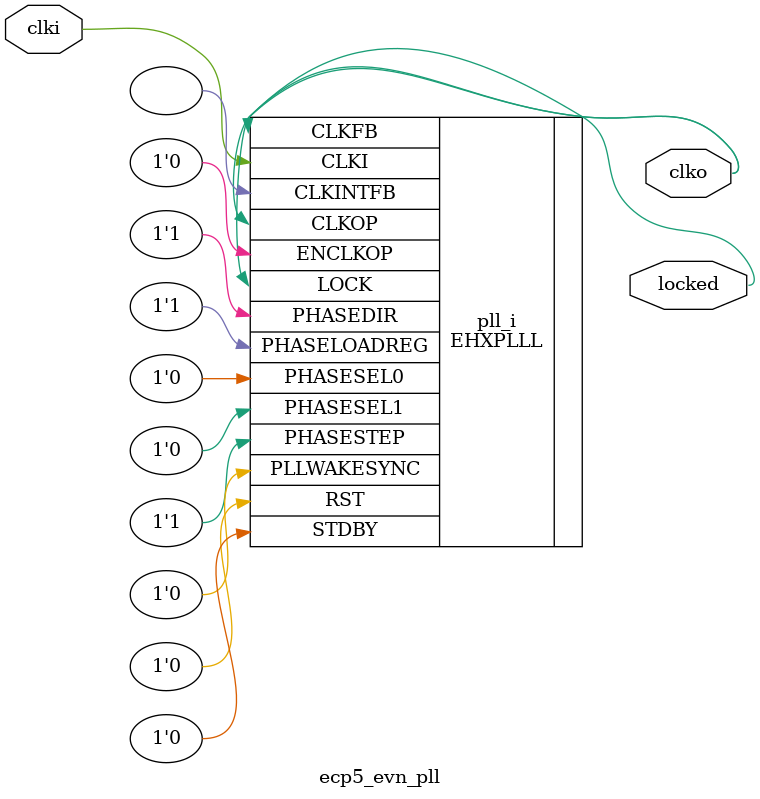
<source format=v>

module ecp5_evn_pll
(
    input clki, // 12 MHz, 0 deg
    output clko, // 16 MHz, 0 deg
    output locked
);
(* FREQUENCY_PIN_CLKI="12" *)
(* FREQUENCY_PIN_CLKOP="16" *)
(* ICP_CURRENT="12" *) (* LPF_RESISTOR="8" *) (* MFG_ENABLE_FILTEROPAMP="1" *) (* MFG_GMCREF_SEL="2" *)
EHXPLLL #(
        .PLLRST_ENA("DISABLED"),
        .INTFB_WAKE("DISABLED"),
        .STDBY_ENABLE("DISABLED"),
        .DPHASE_SOURCE("DISABLED"),
        .OUTDIVIDER_MUXA("DIVA"),
        .OUTDIVIDER_MUXB("DIVB"),
        .OUTDIVIDER_MUXC("DIVC"),
        .OUTDIVIDER_MUXD("DIVD"),
        .CLKI_DIV(3),
        .CLKOP_ENABLE("ENABLED"),
        .CLKOP_DIV(37),
        .CLKOP_CPHASE(18),
        .CLKOP_FPHASE(0),
        .FEEDBK_PATH("CLKOP"),
        .CLKFB_DIV(4)
    ) pll_i (
        .RST(1'b0),
        .STDBY(1'b0),
        .CLKI(clki),
        .CLKOP(clko),
        .CLKFB(clko),
        .CLKINTFB(),
        .PHASESEL0(1'b0),
        .PHASESEL1(1'b0),
        .PHASEDIR(1'b1),
        .PHASESTEP(1'b1),
        .PHASELOADREG(1'b1),
        .PLLWAKESYNC(1'b0),
        .ENCLKOP(1'b0),
        .LOCK(locked)
	);
endmodule

</source>
